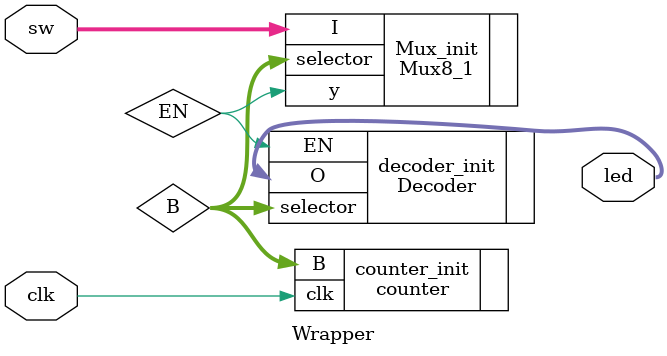
<source format=v>
`timescale 1ns / 1ps

module Wrapper(input [7:0] sw, input clk, output [7:0] led);


wire [2:0] B;
counter counter_init(.clk (clk), .B(B));
wire EN;
Mux8_1 Mux_init(.I(sw), .selector(B), .y(EN));

Decoder decoder_init(.selector(B), .EN(EN), .O(led));
endmodule

</source>
